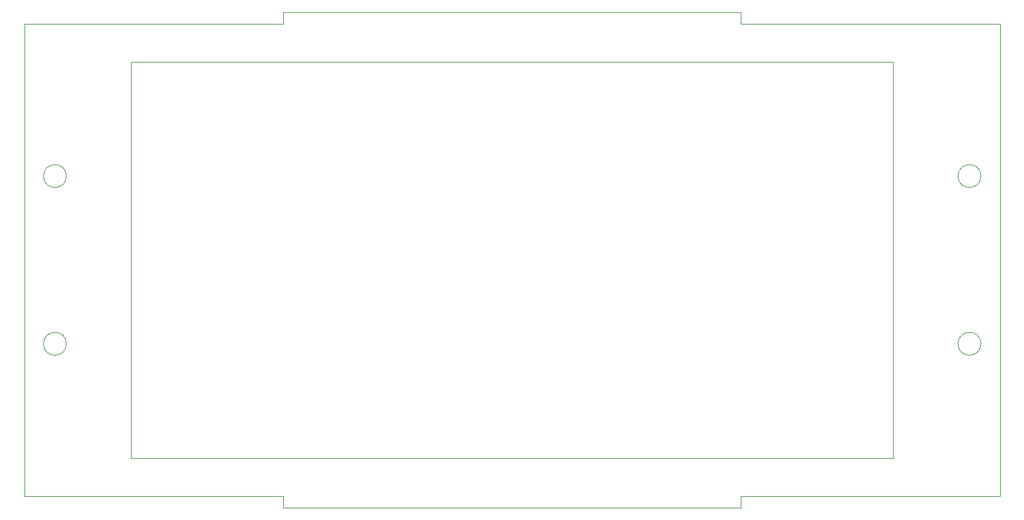
<source format=gm1>
G04*
G04 #@! TF.GenerationSoftware,Altium Limited,Altium Designer,22.11.1 (43)*
G04*
G04 Layer_Color=16711935*
%FSLAX44Y44*%
%MOMM*%
G71*
G04*
G04 #@! TF.SameCoordinates,9C28AC92-5D17-4566-81CE-7BE8847737D8*
G04*
G04*
G04 #@! TF.FilePolarity,Positive*
G04*
G01*
G75*
%ADD10C,0.0127*%
D10*
X1255063Y215063D02*
G03*
X1255063Y215063I-15000J0D01*
G01*
Y435064D02*
G03*
X1255063Y435064I-15000J0D01*
G01*
X55064D02*
G03*
X55064Y435064I-15000J0D01*
G01*
Y215063D02*
G03*
X55064Y215063I-15000J0D01*
G01*
X940063Y635064D02*
X1280063D01*
Y15064D02*
Y635064D01*
X940063Y15064D02*
X1280063D01*
X940063Y63D02*
Y15064D01*
X340064Y63D02*
X940063D01*
X340064D02*
Y15064D01*
X63D02*
X340064D01*
X63D02*
Y635064D01*
X340064D01*
Y650063D01*
X940063D01*
Y635064D02*
Y650063D01*
X140063Y65064D02*
X1140063D01*
Y585064D01*
X140063D02*
X1140063D01*
X140063Y65064D02*
Y585064D01*
M02*

</source>
